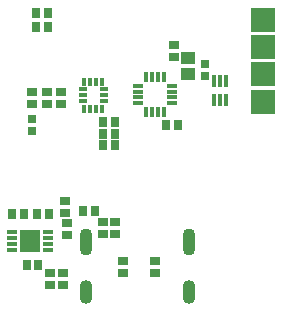
<source format=gbs>
G04*
G04 #@! TF.GenerationSoftware,Altium Limited,Altium Designer,24.4.1 (13)*
G04*
G04 Layer_Color=16711935*
%FSLAX44Y44*%
%MOMM*%
G71*
G04*
G04 #@! TF.SameCoordinates,CC372D61-D2D5-4D84-A055-2445D59649BF*
G04*
G04*
G04 #@! TF.FilePolarity,Negative*
G04*
G01*
G75*
%ADD28R,0.7524X0.7524*%
%ADD32R,0.7524X0.8524*%
%ADD33R,0.8524X0.7524*%
%ADD35R,2.1524X2.1524*%
%ADD38O,1.1000X2.3000*%
%ADD39O,1.1000X2.0000*%
%ADD60R,0.7524X0.4524*%
%ADD61R,0.4524X0.7524*%
%ADD62R,1.1524X1.0524*%
%ADD63R,1.7024X1.9024*%
%ADD64R,0.9524X0.4524*%
%ADD65R,0.4000X0.9000*%
%ADD66R,0.9000X0.4000*%
%ADD67R,0.4524X1.1424*%
D28*
X907000Y772000D02*
D03*
Y782000D02*
D03*
X761000Y735000D02*
D03*
Y725000D02*
D03*
D32*
X764000Y813000D02*
D03*
X774000D02*
D03*
X821000Y733000D02*
D03*
X831000D02*
D03*
X821000Y723000D02*
D03*
X831000D02*
D03*
X821000Y713000D02*
D03*
X831000D02*
D03*
X764000Y825000D02*
D03*
X774000D02*
D03*
X744000Y655000D02*
D03*
X754000D02*
D03*
X874000Y730000D02*
D03*
X884000D02*
D03*
X766000Y612000D02*
D03*
X756000D02*
D03*
X775000Y655000D02*
D03*
X765000D02*
D03*
X804000Y657000D02*
D03*
X814000D02*
D03*
D33*
X785000Y748000D02*
D03*
Y758000D02*
D03*
X881000Y798000D02*
D03*
Y788000D02*
D03*
X773000Y758000D02*
D03*
Y748000D02*
D03*
X761000Y758000D02*
D03*
Y748000D02*
D03*
X821000Y638000D02*
D03*
Y648000D02*
D03*
X776000Y595000D02*
D03*
Y605000D02*
D03*
X787000Y595000D02*
D03*
Y605000D02*
D03*
X790000Y647000D02*
D03*
Y637000D02*
D03*
X789000Y656000D02*
D03*
Y666000D02*
D03*
X831000Y648000D02*
D03*
Y638000D02*
D03*
X865000Y605000D02*
D03*
Y615000D02*
D03*
X837500Y605000D02*
D03*
Y615000D02*
D03*
D35*
X956000Y750000D02*
D03*
Y773000D02*
D03*
Y819000D02*
D03*
Y796000D02*
D03*
D38*
X806750Y631000D02*
D03*
X893250D02*
D03*
D39*
Y589000D02*
D03*
X806750D02*
D03*
D60*
X803500Y760500D02*
D03*
Y755500D02*
D03*
Y750500D02*
D03*
X821500D02*
D03*
Y755500D02*
D03*
Y760500D02*
D03*
D61*
X805000Y744000D02*
D03*
X810000D02*
D03*
X815000D02*
D03*
X820000D02*
D03*
Y767000D02*
D03*
X815000D02*
D03*
X810000D02*
D03*
X805000D02*
D03*
D62*
X893000Y786750D02*
D03*
Y773250D02*
D03*
D63*
X759000Y632000D02*
D03*
D64*
X744000Y639500D02*
D03*
Y634500D02*
D03*
Y629500D02*
D03*
Y624500D02*
D03*
X774000D02*
D03*
Y629500D02*
D03*
Y634500D02*
D03*
Y639500D02*
D03*
D65*
X857500Y741500D02*
D03*
X862500D02*
D03*
X867500D02*
D03*
X872500D02*
D03*
Y770500D02*
D03*
X867500D02*
D03*
X862500D02*
D03*
X857500D02*
D03*
D66*
X879500Y748500D02*
D03*
Y753500D02*
D03*
Y758500D02*
D03*
Y763500D02*
D03*
X850500D02*
D03*
Y758500D02*
D03*
Y753500D02*
D03*
Y748500D02*
D03*
D67*
X925000Y750950D02*
D03*
X920000D02*
D03*
X915000D02*
D03*
Y767050D02*
D03*
X920000D02*
D03*
X925000D02*
D03*
M02*

</source>
